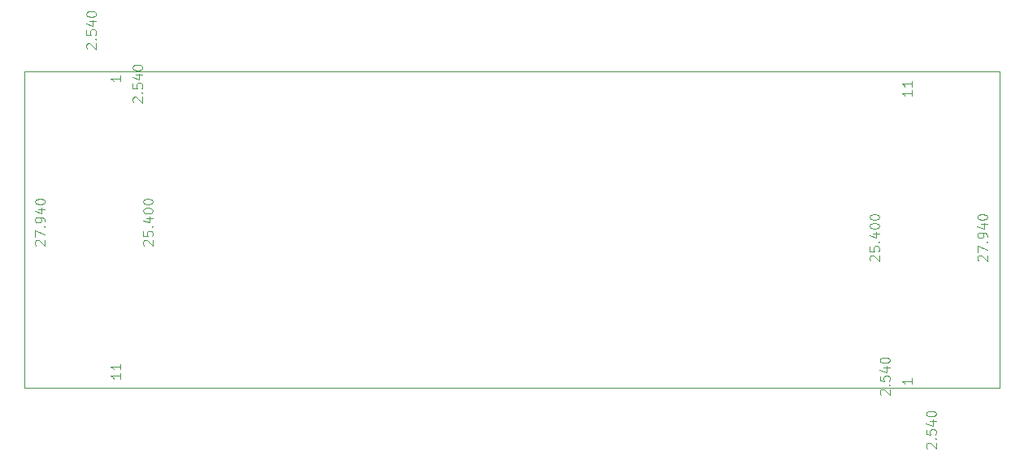
<source format=gbr>
G04 #@! TF.GenerationSoftware,KiCad,Pcbnew,(5.1.2)-1*
G04 #@! TF.CreationDate,2019-10-29T15:10:56-05:00*
G04 #@! TF.ProjectId,laser_driver,6c617365-725f-4647-9269-7665722e6b69,rev?*
G04 #@! TF.SameCoordinates,Original*
G04 #@! TF.FileFunction,Profile,NP*
%FSLAX46Y46*%
G04 Gerber Fmt 4.6, Leading zero omitted, Abs format (unit mm)*
G04 Created by KiCad (PCBNEW (5.1.2)-1) date 2019-10-29 15:10:56*
%MOMM*%
%LPD*%
G04 APERTURE LIST*
%ADD10C,0.050000*%
G04 APERTURE END LIST*
D10*
X228600000Y-76200000D02*
X127000000Y-76200000D01*
X228600000Y-109220000D02*
X228600000Y-76200000D01*
X127000000Y-109220000D02*
X228600000Y-109220000D01*
X127000000Y-76200000D02*
X127000000Y-109220000D01*
X221035619Y-115515380D02*
X220988000Y-115467761D01*
X220940380Y-115372523D01*
X220940380Y-115134428D01*
X220988000Y-115039190D01*
X221035619Y-114991571D01*
X221130857Y-114943952D01*
X221226095Y-114943952D01*
X221368952Y-114991571D01*
X221940380Y-115563000D01*
X221940380Y-114943952D01*
X221845142Y-114515380D02*
X221892761Y-114467761D01*
X221940380Y-114515380D01*
X221892761Y-114563000D01*
X221845142Y-114515380D01*
X221940380Y-114515380D01*
X220940380Y-113563000D02*
X220940380Y-114039190D01*
X221416571Y-114086809D01*
X221368952Y-114039190D01*
X221321333Y-113943952D01*
X221321333Y-113705857D01*
X221368952Y-113610619D01*
X221416571Y-113563000D01*
X221511809Y-113515380D01*
X221749904Y-113515380D01*
X221845142Y-113563000D01*
X221892761Y-113610619D01*
X221940380Y-113705857D01*
X221940380Y-113943952D01*
X221892761Y-114039190D01*
X221845142Y-114086809D01*
X221273714Y-112658238D02*
X221940380Y-112658238D01*
X220892761Y-112896333D02*
X221607047Y-113134428D01*
X221607047Y-112515380D01*
X220940380Y-111943952D02*
X220940380Y-111848714D01*
X220988000Y-111753476D01*
X221035619Y-111705857D01*
X221130857Y-111658238D01*
X221321333Y-111610619D01*
X221559428Y-111610619D01*
X221749904Y-111658238D01*
X221845142Y-111705857D01*
X221892761Y-111753476D01*
X221940380Y-111848714D01*
X221940380Y-111943952D01*
X221892761Y-112039190D01*
X221845142Y-112086809D01*
X221749904Y-112134428D01*
X221559428Y-112182047D01*
X221321333Y-112182047D01*
X221130857Y-112134428D01*
X221035619Y-112086809D01*
X220988000Y-112039190D01*
X220940380Y-111943952D01*
X219400380Y-108214285D02*
X219400380Y-108785714D01*
X219400380Y-108500000D02*
X218400380Y-108500000D01*
X218543238Y-108595238D01*
X218638476Y-108690476D01*
X218686095Y-108785714D01*
X216209619Y-109927380D02*
X216162000Y-109879761D01*
X216114380Y-109784523D01*
X216114380Y-109546428D01*
X216162000Y-109451190D01*
X216209619Y-109403571D01*
X216304857Y-109355952D01*
X216400095Y-109355952D01*
X216542952Y-109403571D01*
X217114380Y-109975000D01*
X217114380Y-109355952D01*
X217019142Y-108927380D02*
X217066761Y-108879761D01*
X217114380Y-108927380D01*
X217066761Y-108975000D01*
X217019142Y-108927380D01*
X217114380Y-108927380D01*
X216114380Y-107975000D02*
X216114380Y-108451190D01*
X216590571Y-108498809D01*
X216542952Y-108451190D01*
X216495333Y-108355952D01*
X216495333Y-108117857D01*
X216542952Y-108022619D01*
X216590571Y-107975000D01*
X216685809Y-107927380D01*
X216923904Y-107927380D01*
X217019142Y-107975000D01*
X217066761Y-108022619D01*
X217114380Y-108117857D01*
X217114380Y-108355952D01*
X217066761Y-108451190D01*
X217019142Y-108498809D01*
X216447714Y-107070238D02*
X217114380Y-107070238D01*
X216066761Y-107308333D02*
X216781047Y-107546428D01*
X216781047Y-106927380D01*
X216114380Y-106355952D02*
X216114380Y-106260714D01*
X216162000Y-106165476D01*
X216209619Y-106117857D01*
X216304857Y-106070238D01*
X216495333Y-106022619D01*
X216733428Y-106022619D01*
X216923904Y-106070238D01*
X217019142Y-106117857D01*
X217066761Y-106165476D01*
X217114380Y-106260714D01*
X217114380Y-106355952D01*
X217066761Y-106451190D01*
X217019142Y-106498809D01*
X216923904Y-106546428D01*
X216733428Y-106594047D01*
X216495333Y-106594047D01*
X216304857Y-106546428D01*
X216209619Y-106498809D01*
X216162000Y-106451190D01*
X216114380Y-106355952D01*
X226369619Y-95938571D02*
X226322000Y-95890952D01*
X226274380Y-95795714D01*
X226274380Y-95557619D01*
X226322000Y-95462380D01*
X226369619Y-95414761D01*
X226464857Y-95367142D01*
X226560095Y-95367142D01*
X226702952Y-95414761D01*
X227274380Y-95986190D01*
X227274380Y-95367142D01*
X226274380Y-95033809D02*
X226274380Y-94367142D01*
X227274380Y-94795714D01*
X227179142Y-93986190D02*
X227226761Y-93938571D01*
X227274380Y-93986190D01*
X227226761Y-94033809D01*
X227179142Y-93986190D01*
X227274380Y-93986190D01*
X227274380Y-93462380D02*
X227274380Y-93271904D01*
X227226761Y-93176666D01*
X227179142Y-93129047D01*
X227036285Y-93033809D01*
X226845809Y-92986190D01*
X226464857Y-92986190D01*
X226369619Y-93033809D01*
X226322000Y-93081428D01*
X226274380Y-93176666D01*
X226274380Y-93367142D01*
X226322000Y-93462380D01*
X226369619Y-93510000D01*
X226464857Y-93557619D01*
X226702952Y-93557619D01*
X226798190Y-93510000D01*
X226845809Y-93462380D01*
X226893428Y-93367142D01*
X226893428Y-93176666D01*
X226845809Y-93081428D01*
X226798190Y-93033809D01*
X226702952Y-92986190D01*
X226607714Y-92129047D02*
X227274380Y-92129047D01*
X226226761Y-92367142D02*
X226941047Y-92605238D01*
X226941047Y-91986190D01*
X226274380Y-91414761D02*
X226274380Y-91319523D01*
X226322000Y-91224285D01*
X226369619Y-91176666D01*
X226464857Y-91129047D01*
X226655333Y-91081428D01*
X226893428Y-91081428D01*
X227083904Y-91129047D01*
X227179142Y-91176666D01*
X227226761Y-91224285D01*
X227274380Y-91319523D01*
X227274380Y-91414761D01*
X227226761Y-91510000D01*
X227179142Y-91557619D01*
X227083904Y-91605238D01*
X226893428Y-91652857D01*
X226655333Y-91652857D01*
X226464857Y-91605238D01*
X226369619Y-91557619D01*
X226322000Y-91510000D01*
X226274380Y-91414761D01*
X215130619Y-95938571D02*
X215083000Y-95890952D01*
X215035380Y-95795714D01*
X215035380Y-95557619D01*
X215083000Y-95462380D01*
X215130619Y-95414761D01*
X215225857Y-95367142D01*
X215321095Y-95367142D01*
X215463952Y-95414761D01*
X216035380Y-95986190D01*
X216035380Y-95367142D01*
X215035380Y-94462380D02*
X215035380Y-94938571D01*
X215511571Y-94986190D01*
X215463952Y-94938571D01*
X215416333Y-94843333D01*
X215416333Y-94605238D01*
X215463952Y-94510000D01*
X215511571Y-94462380D01*
X215606809Y-94414761D01*
X215844904Y-94414761D01*
X215940142Y-94462380D01*
X215987761Y-94510000D01*
X216035380Y-94605238D01*
X216035380Y-94843333D01*
X215987761Y-94938571D01*
X215940142Y-94986190D01*
X215940142Y-93986190D02*
X215987761Y-93938571D01*
X216035380Y-93986190D01*
X215987761Y-94033809D01*
X215940142Y-93986190D01*
X216035380Y-93986190D01*
X215368714Y-93081428D02*
X216035380Y-93081428D01*
X214987761Y-93319523D02*
X215702047Y-93557619D01*
X215702047Y-92938571D01*
X215035380Y-92367142D02*
X215035380Y-92271904D01*
X215083000Y-92176666D01*
X215130619Y-92129047D01*
X215225857Y-92081428D01*
X215416333Y-92033809D01*
X215654428Y-92033809D01*
X215844904Y-92081428D01*
X215940142Y-92129047D01*
X215987761Y-92176666D01*
X216035380Y-92271904D01*
X216035380Y-92367142D01*
X215987761Y-92462380D01*
X215940142Y-92510000D01*
X215844904Y-92557619D01*
X215654428Y-92605238D01*
X215416333Y-92605238D01*
X215225857Y-92557619D01*
X215130619Y-92510000D01*
X215083000Y-92462380D01*
X215035380Y-92367142D01*
X215035380Y-91414761D02*
X215035380Y-91319523D01*
X215083000Y-91224285D01*
X215130619Y-91176666D01*
X215225857Y-91129047D01*
X215416333Y-91081428D01*
X215654428Y-91081428D01*
X215844904Y-91129047D01*
X215940142Y-91176666D01*
X215987761Y-91224285D01*
X216035380Y-91319523D01*
X216035380Y-91414761D01*
X215987761Y-91510000D01*
X215940142Y-91557619D01*
X215844904Y-91605238D01*
X215654428Y-91652857D01*
X215416333Y-91652857D01*
X215225857Y-91605238D01*
X215130619Y-91557619D01*
X215083000Y-91510000D01*
X215035380Y-91414761D01*
X219400380Y-78139476D02*
X219400380Y-78710904D01*
X219400380Y-78425190D02*
X218400380Y-78425190D01*
X218543238Y-78520428D01*
X218638476Y-78615666D01*
X218686095Y-78710904D01*
X219400380Y-77187095D02*
X219400380Y-77758523D01*
X219400380Y-77472809D02*
X218400380Y-77472809D01*
X218543238Y-77568047D01*
X218638476Y-77663285D01*
X218686095Y-77758523D01*
X136977380Y-107661476D02*
X136977380Y-108232904D01*
X136977380Y-107947190D02*
X135977380Y-107947190D01*
X136120238Y-108042428D01*
X136215476Y-108137666D01*
X136263095Y-108232904D01*
X136977380Y-106709095D02*
X136977380Y-107280523D01*
X136977380Y-106994809D02*
X135977380Y-106994809D01*
X136120238Y-107090047D01*
X136215476Y-107185285D01*
X136263095Y-107280523D01*
X139437619Y-94338571D02*
X139390000Y-94290952D01*
X139342380Y-94195714D01*
X139342380Y-93957619D01*
X139390000Y-93862380D01*
X139437619Y-93814761D01*
X139532857Y-93767142D01*
X139628095Y-93767142D01*
X139770952Y-93814761D01*
X140342380Y-94386190D01*
X140342380Y-93767142D01*
X139342380Y-92862380D02*
X139342380Y-93338571D01*
X139818571Y-93386190D01*
X139770952Y-93338571D01*
X139723333Y-93243333D01*
X139723333Y-93005238D01*
X139770952Y-92910000D01*
X139818571Y-92862380D01*
X139913809Y-92814761D01*
X140151904Y-92814761D01*
X140247142Y-92862380D01*
X140294761Y-92910000D01*
X140342380Y-93005238D01*
X140342380Y-93243333D01*
X140294761Y-93338571D01*
X140247142Y-93386190D01*
X140247142Y-92386190D02*
X140294761Y-92338571D01*
X140342380Y-92386190D01*
X140294761Y-92433809D01*
X140247142Y-92386190D01*
X140342380Y-92386190D01*
X139675714Y-91481428D02*
X140342380Y-91481428D01*
X139294761Y-91719523D02*
X140009047Y-91957619D01*
X140009047Y-91338571D01*
X139342380Y-90767142D02*
X139342380Y-90671904D01*
X139390000Y-90576666D01*
X139437619Y-90529047D01*
X139532857Y-90481428D01*
X139723333Y-90433809D01*
X139961428Y-90433809D01*
X140151904Y-90481428D01*
X140247142Y-90529047D01*
X140294761Y-90576666D01*
X140342380Y-90671904D01*
X140342380Y-90767142D01*
X140294761Y-90862380D01*
X140247142Y-90910000D01*
X140151904Y-90957619D01*
X139961428Y-91005238D01*
X139723333Y-91005238D01*
X139532857Y-90957619D01*
X139437619Y-90910000D01*
X139390000Y-90862380D01*
X139342380Y-90767142D01*
X139342380Y-89814761D02*
X139342380Y-89719523D01*
X139390000Y-89624285D01*
X139437619Y-89576666D01*
X139532857Y-89529047D01*
X139723333Y-89481428D01*
X139961428Y-89481428D01*
X140151904Y-89529047D01*
X140247142Y-89576666D01*
X140294761Y-89624285D01*
X140342380Y-89719523D01*
X140342380Y-89814761D01*
X140294761Y-89910000D01*
X140247142Y-89957619D01*
X140151904Y-90005238D01*
X139961428Y-90052857D01*
X139723333Y-90052857D01*
X139532857Y-90005238D01*
X139437619Y-89957619D01*
X139390000Y-89910000D01*
X139342380Y-89814761D01*
X128198619Y-94338571D02*
X128151000Y-94290952D01*
X128103380Y-94195714D01*
X128103380Y-93957619D01*
X128151000Y-93862380D01*
X128198619Y-93814761D01*
X128293857Y-93767142D01*
X128389095Y-93767142D01*
X128531952Y-93814761D01*
X129103380Y-94386190D01*
X129103380Y-93767142D01*
X128103380Y-93433809D02*
X128103380Y-92767142D01*
X129103380Y-93195714D01*
X129008142Y-92386190D02*
X129055761Y-92338571D01*
X129103380Y-92386190D01*
X129055761Y-92433809D01*
X129008142Y-92386190D01*
X129103380Y-92386190D01*
X129103380Y-91862380D02*
X129103380Y-91671904D01*
X129055761Y-91576666D01*
X129008142Y-91529047D01*
X128865285Y-91433809D01*
X128674809Y-91386190D01*
X128293857Y-91386190D01*
X128198619Y-91433809D01*
X128151000Y-91481428D01*
X128103380Y-91576666D01*
X128103380Y-91767142D01*
X128151000Y-91862380D01*
X128198619Y-91910000D01*
X128293857Y-91957619D01*
X128531952Y-91957619D01*
X128627190Y-91910000D01*
X128674809Y-91862380D01*
X128722428Y-91767142D01*
X128722428Y-91576666D01*
X128674809Y-91481428D01*
X128627190Y-91433809D01*
X128531952Y-91386190D01*
X128436714Y-90529047D02*
X129103380Y-90529047D01*
X128055761Y-90767142D02*
X128770047Y-91005238D01*
X128770047Y-90386190D01*
X128103380Y-89814761D02*
X128103380Y-89719523D01*
X128151000Y-89624285D01*
X128198619Y-89576666D01*
X128293857Y-89529047D01*
X128484333Y-89481428D01*
X128722428Y-89481428D01*
X128912904Y-89529047D01*
X129008142Y-89576666D01*
X129055761Y-89624285D01*
X129103380Y-89719523D01*
X129103380Y-89814761D01*
X129055761Y-89910000D01*
X129008142Y-89957619D01*
X128912904Y-90005238D01*
X128722428Y-90052857D01*
X128484333Y-90052857D01*
X128293857Y-90005238D01*
X128198619Y-89957619D01*
X128151000Y-89910000D01*
X128103380Y-89814761D01*
X138358619Y-79397380D02*
X138311000Y-79349761D01*
X138263380Y-79254523D01*
X138263380Y-79016428D01*
X138311000Y-78921190D01*
X138358619Y-78873571D01*
X138453857Y-78825952D01*
X138549095Y-78825952D01*
X138691952Y-78873571D01*
X139263380Y-79445000D01*
X139263380Y-78825952D01*
X139168142Y-78397380D02*
X139215761Y-78349761D01*
X139263380Y-78397380D01*
X139215761Y-78445000D01*
X139168142Y-78397380D01*
X139263380Y-78397380D01*
X138263380Y-77445000D02*
X138263380Y-77921190D01*
X138739571Y-77968809D01*
X138691952Y-77921190D01*
X138644333Y-77825952D01*
X138644333Y-77587857D01*
X138691952Y-77492619D01*
X138739571Y-77445000D01*
X138834809Y-77397380D01*
X139072904Y-77397380D01*
X139168142Y-77445000D01*
X139215761Y-77492619D01*
X139263380Y-77587857D01*
X139263380Y-77825952D01*
X139215761Y-77921190D01*
X139168142Y-77968809D01*
X138596714Y-76540238D02*
X139263380Y-76540238D01*
X138215761Y-76778333D02*
X138930047Y-77016428D01*
X138930047Y-76397380D01*
X138263380Y-75825952D02*
X138263380Y-75730714D01*
X138311000Y-75635476D01*
X138358619Y-75587857D01*
X138453857Y-75540238D01*
X138644333Y-75492619D01*
X138882428Y-75492619D01*
X139072904Y-75540238D01*
X139168142Y-75587857D01*
X139215761Y-75635476D01*
X139263380Y-75730714D01*
X139263380Y-75825952D01*
X139215761Y-75921190D01*
X139168142Y-75968809D01*
X139072904Y-76016428D01*
X138882428Y-76064047D01*
X138644333Y-76064047D01*
X138453857Y-76016428D01*
X138358619Y-75968809D01*
X138311000Y-75921190D01*
X138263380Y-75825952D01*
X136977380Y-76634285D02*
X136977380Y-77205714D01*
X136977380Y-76920000D02*
X135977380Y-76920000D01*
X136120238Y-77015238D01*
X136215476Y-77110476D01*
X136263095Y-77205714D01*
X133532619Y-73809380D02*
X133485000Y-73761761D01*
X133437380Y-73666523D01*
X133437380Y-73428428D01*
X133485000Y-73333190D01*
X133532619Y-73285571D01*
X133627857Y-73237952D01*
X133723095Y-73237952D01*
X133865952Y-73285571D01*
X134437380Y-73857000D01*
X134437380Y-73237952D01*
X134342142Y-72809380D02*
X134389761Y-72761761D01*
X134437380Y-72809380D01*
X134389761Y-72857000D01*
X134342142Y-72809380D01*
X134437380Y-72809380D01*
X133437380Y-71857000D02*
X133437380Y-72333190D01*
X133913571Y-72380809D01*
X133865952Y-72333190D01*
X133818333Y-72237952D01*
X133818333Y-71999857D01*
X133865952Y-71904619D01*
X133913571Y-71857000D01*
X134008809Y-71809380D01*
X134246904Y-71809380D01*
X134342142Y-71857000D01*
X134389761Y-71904619D01*
X134437380Y-71999857D01*
X134437380Y-72237952D01*
X134389761Y-72333190D01*
X134342142Y-72380809D01*
X133770714Y-70952238D02*
X134437380Y-70952238D01*
X133389761Y-71190333D02*
X134104047Y-71428428D01*
X134104047Y-70809380D01*
X133437380Y-70237952D02*
X133437380Y-70142714D01*
X133485000Y-70047476D01*
X133532619Y-69999857D01*
X133627857Y-69952238D01*
X133818333Y-69904619D01*
X134056428Y-69904619D01*
X134246904Y-69952238D01*
X134342142Y-69999857D01*
X134389761Y-70047476D01*
X134437380Y-70142714D01*
X134437380Y-70237952D01*
X134389761Y-70333190D01*
X134342142Y-70380809D01*
X134246904Y-70428428D01*
X134056428Y-70476047D01*
X133818333Y-70476047D01*
X133627857Y-70428428D01*
X133532619Y-70380809D01*
X133485000Y-70333190D01*
X133437380Y-70237952D01*
M02*

</source>
